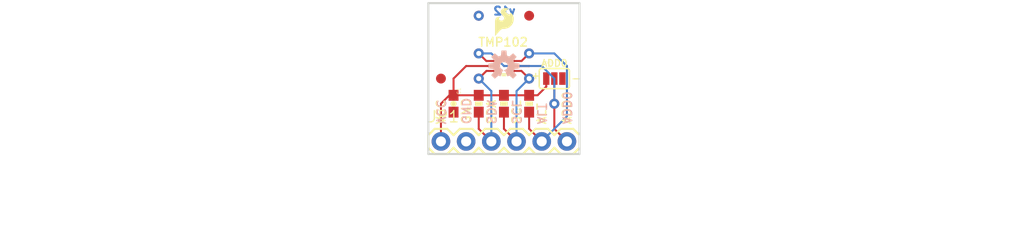
<source format=kicad_pcb>
(kicad_pcb (version 20211014) (generator pcbnew)
  (layers (0 "F.Cu" signal) (31 "B.Cu" signal) (34 "B.Paste" user) (35 "F.Paste" user) (36 "B.SilkS" user "B.Silkscreen") (37 "F.SilkS" user "F.Silkscreen") (38 "B.Mask" user) (39 "F.Mask" user) (44 "Edge.Cuts" user))
  (net 0 "")
  (net 1 "GND")
  (net 2 "SCL")
  (net 3 "ALERT")
  (net 4 "SDA")
  (net 5 "ADD0")
  (net 6 "VCC")
  (footprint "boardEagle:FIDUCIAL-1X2" (layer "F.Cu") (at 151.0411 98.6536)
    (fp_text reference "JP5" hide)
    (fp_text value "FIDUCIAL1X2" hide)
    (pad "1" smd roundrect (at 0 0) (size 1 1) (layers "F.Cu" "F.Mask") (roundrect_rratio 0.5))
  )
  (footprint "boardEagle:SFE-LOGO-FLAME" (layer "F.Cu") (at 147.6121 100.6856)
    (fp_text reference "JP3" hide)
    (fp_text value "LOGO-SFESK" hide)
    (fp_poly (pts (xy 1.126002 -2.808203) (xy 1.215449 -2.785829) (xy 1.228477 -2.780783) (xy 1.240149 -2.774875) (xy 1.25686 -2.766576) (xy 1.275552 -2.759834) (xy 1.371694 -2.7026) (xy 1.3793 -2.7026) (xy 1.3793 -2.6772) (xy 1.306833 -2.6772) (xy 1.208418 -2.657914) (xy 1.074855 -2.495286) (xy 1.079365 -2.436825) (xy 1.12809 -2.341869) (xy 1.204666 -2.265196) (xy 1.294069 -2.200638) (xy 1.369348 -2.168824) (xy 1.450737 -2.171632) (xy 1.458864 -2.174186) (xy 1.466257 -2.177389) (xy 1.530514 -2.236956) (xy 1.5368 -2.259812) (xy 1.5368 -2.377938) (xy 1.763707 -2.148127) (xy 1.868186 -1.856841) (xy 1.871603 -1.856894) (xy 1.87806 -1.650435) (xy 1.848857 -1.45742) (xy 1.785308 -1.272842) (xy 1.6663 -1.061578) (xy 1.6663 -1.080581) (xy 1.378131 -0.80901) (xy 0.982239 -0.6985) (xy 0.753005 -0.6985) (xy 0.716201 -0.692046) (xy 0.681776 -0.679592) (xy 0.496322 -0.541784) (xy -0.0126 0.03091) (xy -0.0126 -1.52077) (xy 0.060004 -1.761967) (xy 0.168295 -1.865489) (xy 0.307122 -1.917522) (xy 0.4039 -1.925089) (xy 0.499384 -1.917623) (xy 0.55991 -1.908099) (xy 0.557788 -1.884433) (xy 0.522216 -1.885242) (xy 0.501784 -1.876141) (xy 0.420519 -1.817154) (xy 0.400722 -1.79067) (xy 0.390395 -1.7285) (xy 0.400905 -1.665229) (xy 0.421405 -1.625174) (xy 0.452343 -1.592685) (xy 0.546535 -1.54355) (xy 0.652229 -1.531742) (xy 0.742768 -1.550084) (xy 0.82422 -1.589656) (xy 0.92203 -1.754659) (xy 0.907706 -1.848844) (xy 0.850914 -1.930401) (xy 0.584707 -2.263237) (xy 0.561667 -2.510855) (xy 0.627495 -2.621556) (xy 0.629042 -2.623103) (xy 0.778901 -2.74712) (xy 1.032676 -2.817064)) (layer "F.SilkS") (width 0) (fill solid))
  )
  (footprint "boardEagle:FIDUCIAL-1X2" (layer "F.Cu") (at 142.1511 105.0036)
    (fp_text reference "JP4" hide)
    (fp_text value "FIDUCIAL1X2" hide)
    (pad "1" smd roundrect (at 0 0) (size 1 1) (layers "F.Cu" "F.Mask") (roundrect_rratio 0.5))
  )
  (footprint "boardEagle:0603-RES" (layer "F.Cu") (at 148.5011 107.5436 90)
    (fp_text reference "R2" (at -0.889 -0.762 90) (layer "F.SilkS") (effects (font (size 0.373888 0.373888) (thickness 0.032512)) (justify left bottom)))
    (fp_text value "1K")
    (fp_poly (pts (xy -0.2286 0.381) (xy 0.2286 0.381) (xy 0.2286 -0.381) (xy -0.2286 -0.381)) (layer "F.SilkS") (width 0) (fill solid))
    (pad "1" smd rect (at -0.85 0 90) (size 1.1 1) (layers "F.Cu" "F.Paste" "F.Mask") (net 2 "SCL"))
    (pad "2" smd rect (at 0.85 0 90) (size 1.1 1) (layers "F.Cu" "F.Paste" "F.Mask") (net 6 "VCC"))
  )
  (footprint "boardEagle:STAND-OFF-TIGHT" (layer "F.Cu") (at 153.5811 99.9236)
    (fp_text reference "JP7" hide)
    (fp_text value "STAND-OFFTIGHT" hide)
    (pad "" np_thru_hole circle (at 0 0) (size 3.048 3.048) (drill 3.048) (layers *.Cu *.Mask))
  )
  (footprint "boardEagle:SOT563-2" (layer "F.Cu") (at 148.5011 103.7336 180)
    (fp_text reference "U1" hide)
    (fp_text value "TMP1021:1" hide)
    (fp_line (start -0.6 -0.8) (end 0.6 -0.8) (layer "F.SilkS") (width 0.127))
    (fp_line (start -0.2 -0.9683) (end 0.2 -0.9683) (layer "F.SilkS") (width 0.127))
    (fp_line (start -0.6 0.8) (end 0.6 0.8) (layer "F.SilkS") (width 0.127))
    (pad "1" smd rect (at -0.8 -0.497968 90) (size 0.248918 0.508) (layers "F.Cu" "F.Paste" "F.Mask") (net 2 "SCL"))
    (pad "2" smd rect (at -0.8 -0.003303 90) (size 0.248918 0.508) (layers "F.Cu" "F.Paste" "F.Mask") (net 1 "GND"))
    (pad "3" smd rect (at -0.8 0.50584 90) (size 0.248918 0.508) (layers "F.Cu" "F.Paste" "F.Mask") (net 3 "ALERT"))
    (pad "4" smd rect (at 0.776415 0.50584 90) (size 0.248918 0.508) (layers "F.Cu" "F.Paste" "F.Mask") (net 5 "ADD0"))
    (pad "5" smd rect (at 0.776415 -0.003303 90) (size 0.248918 0.508) (layers "F.Cu" "F.Paste" "F.Mask") (net 6 "VCC"))
    (pad "6" smd rect (at 0.776415 -0.497968 90) (size 0.248918 0.508) (layers "F.Cu" "F.Paste" "F.Mask") (net 4 "SDA"))
  )
  (footprint "boardEagle:0603-RES" (layer "F.Cu") (at 151.0411 107.5436 90)
    (fp_text reference "R3" (at -0.889 -0.762 90) (layer "F.SilkS") (effects (font (size 0.373888 0.373888) (thickness 0.032512)) (justify left bottom)))
    (fp_text value "1K")
    (fp_poly (pts (xy -0.2286 0.381) (xy 0.2286 0.381) (xy 0.2286 -0.381) (xy -0.2286 -0.381)) (layer "F.SilkS") (width 0) (fill solid))
    (pad "1" smd rect (at -0.85 0 90) (size 1.1 1) (layers "F.Cu" "F.Paste" "F.Mask") (net 3 "ALERT"))
    (pad "2" smd rect (at 0.85 0 90) (size 1.1 1) (layers "F.Cu" "F.Paste" "F.Mask") (net 6 "VCC"))
  )
  (footprint "boardEagle:0603-CAP" (layer "F.Cu") (at 143.4211 107.5436 -90)
    (fp_text reference "C1" (at -0.889 -0.762 -90) (layer "F.SilkS") (effects (font (size 0.373888 0.373888) (thickness 0.032512)) (justify left bottom)))
    (fp_text value "0.1uF")
    (fp_line (start 0 -0.0305) (end 0 0.0305) (layer "F.SilkS") (width 0.5588))
    (pad "1" smd rect (at -0.85 0 270) (size 1.1 1) (layers "F.Cu" "F.Paste" "F.Mask") (net 6 "VCC"))
    (pad "2" smd rect (at 0.85 0 270) (size 1.1 1) (layers "F.Cu" "F.Paste" "F.Mask") (net 1 "GND"))
  )
  (footprint "boardEagle:STAND-OFF-TIGHT" (layer "F.Cu") (at 143.4211 99.9236)
    (fp_text reference "JP6" hide)
    (fp_text value "STAND-OFFTIGHT" hide)
    (pad "" np_thru_hole circle (at 0 0) (size 3.048 3.048) (drill 3.048) (layers *.Cu *.Mask))
  )
  (footprint "boardEagle:SJ_3_PASTE2&3" (layer "F.Cu") (at 153.5811 105.0036)
    (fp_text reference "JP2" (at -1.27 -1.27) (layer "F.SilkS") (effects (font (size 0.373888 0.373888) (thickness 0.032512)) (justify left bottom)))
    (fp_text value "JUMPER-32-3")
    (fp_line (start 1.524 0.762) (end 1.524 -0.762) (layer "F.SilkS") (width 0.1524))
    (fp_line (start -1.524 0.762) (end -1.524 -0.762) (layer "F.SilkS") (width 0.1524))
    (fp_line (start -1.27 -1.016) (end 1.27 -1.016) (layer "F.SilkS") (width 0.1524))
    (fp_line (start 1.27 1.016) (end -1.27 1.016) (layer "F.SilkS") (width 0.1524))
    (fp_arc (start -1.524 -0.762) (mid -1.449605 -0.941605) (end -1.27 -1.016) (layer "F.SilkS") (width 0.1524))
    (fp_arc (start 1.524 0.762) (mid 1.449605 0.941605) (end 1.27 1.016) (layer "F.SilkS") (width 0.1524))
    (fp_arc (start 1.27 -1.016) (mid 1.449605 -0.941605) (end 1.524 -0.762) (layer "F.SilkS") (width 0.1524))
    (fp_arc (start -1.27 1.016) (mid -1.449605 0.941605) (end -1.524 0.762) (layer "F.SilkS") (width 0.1524))
    (pad "1" smd rect (at -0.8128 0) (size 0.635 1.27) (layers "F.Cu" "F.Mask") (net 6 "VCC"))
    (pad "2" smd rect (at 0 0) (size 0.635 1.27) (layers "F.Cu" "F.Mask") (net 5 "ADD0"))
    (pad "3" smd rect (at 0.8128 0) (size 0.635 1.27) (layers "F.Cu" "F.Mask") (net 1 "GND"))
  )
  (footprint "boardEagle:0603-RES" (layer "F.Cu") (at 145.9611 107.5436 90)
    (fp_text reference "R1" (at -0.889 -0.762 90) (layer "F.SilkS") (effects (font (size 0.373888 0.373888) (thickness 0.032512)) (justify left bottom)))
    (fp_text value "1K")
    (fp_poly (pts (xy -0.2286 0.381) (xy 0.2286 0.381) (xy 0.2286 -0.381) (xy -0.2286 -0.381)) (layer "F.SilkS") (width 0) (fill solid))
    (pad "1" smd rect (at -0.85 0 90) (size 1.1 1) (layers "F.Cu" "F.Paste" "F.Mask") (net 4 "SDA"))
    (pad "2" smd rect (at 0.85 0 90) (size 1.1 1) (layers "F.Cu" "F.Paste" "F.Mask") (net 6 "VCC"))
  )
  (footprint "boardEagle:1X06" (layer "F.Cu") (at 142.1511 111.3536)
    (fp_text reference "JP1" (at -1.3462 -1.8288) (layer "F.SilkS") (effects (font (size 1.143 1.143) (thickness 0.127)) (justify left bottom)))
    (fp_text value "")
    (fp_line (start 13.335 1.27) (end 12.065 1.27) (layer "F.SilkS") (width 0.2032))
    (fp_line (start -0.635 -1.27) (end -1.27 -0.635) (layer "F.SilkS") (width 0.2032))
    (fp_line (start 12.065 -1.27) (end 13.335 -1.27) (layer "F.SilkS") (width 0.2032))
    (fp_line (start 3.81 0.635) (end 3.175 1.27) (layer "F.SilkS") (width 0.2032))
    (fp_line (start 3.175 -1.27) (end 3.81 -0.635) (layer "F.SilkS") (width 0.2032))
    (fp_line (start 5.715 1.27) (end 4.445 1.27) (layer "F.SilkS") (width 0.2032))
    (fp_line (start 1.27 -0.635) (end 1.905 -1.27) (layer "F.SilkS") (width 0.2032))
    (fp_line (start 0.635 1.27) (end -0.635 1.27) (layer "F.SilkS") (width 0.2032))
    (fp_line (start 13.97 0.635) (end 13.335 1.27) (layer "F.SilkS") (width 0.2032))
    (fp_line (start 1.905 -1.27) (end 3.175 -1.27) (layer "F.SilkS") (width 0.2032))
    (fp_line (start 8.89 -0.635) (end 9.525 -1.27) (layer "F.SilkS") (width 0.2032))
    (fp_line (start 12.065 1.27) (end 11.43 0.635) (layer "F.SilkS") (width 0.2032))
    (fp_line (start 1.905 1.27) (end 1.27 0.635) (layer "F.SilkS") (width 0.2032))
    (fp_line (start 3.175 1.27) (end 1.905 1.27) (layer "F.SilkS") (width 0.2032))
    (fp_line (start 4.445 1.27) (end 3.81 0.635) (layer "F.SilkS") (width 0.2032))
    (fp_line (start 8.89 0.635) (end 8.255 1.27) (layer "F.SilkS") (width 0.2032))
    (fp_line (start 1.27 0.635) (end 0.635 1.27) (layer "F.SilkS") (width 0.2032))
    (fp_line (start 3.81 -0.635) (end 4.445 -1.27) (layer "F.SilkS") (width 0.2032))
    (fp_line (start 9.525 1.27) (end 8.89 0.635) (layer "F.SilkS") (width 0.2032))
    (fp_line (start -0.635 -1.27) (end 0.635 -1.27) (layer "F.SilkS") (width 0.2032))
    (fp_line (start 11.43 0.635) (end 10.795 1.27) (layer "F.SilkS") (width 0.2032))
    (fp_line (start 6.35 0.635) (end 6.985 1.27) (layer "F.SilkS") (width 0.2032))
    (fp_line (start -1.27 -0.635) (end -1.27 0.635) (layer "F.SilkS") (width 0.2032))
    (fp_line (start 10.795 -1.27) (end 11.43 -0.635) (layer "F.SilkS") (width 0.2032))
    (fp_line (start 13.97 -0.635) (end 13.97 0.635) (layer "F.SilkS") (width 0.2032))
    (fp_line (start 0.635 -1.27) (end 1.27 -0.635) (layer "F.SilkS") (width 0.2032))
    (fp_line (start -1.27 0.635) (end -0.635 1.27) (layer "F.SilkS") (width 0.2032))
    (fp_line (start 13.335 -1.27) (end 13.97 -0.635) (layer "F.SilkS") (width 0.2032))
    (fp_line (start 5.715 -1.27) (end 6.35 -0.635) (layer "F.SilkS") (width 0.2032))
    (fp_line (start 6.985 -1.27) (end 8.255 -1.27) (layer "F.SilkS") (width 0.2032))
    (fp_line (start 9.525 -1.27) (end 10.795 -1.27) (layer "F.SilkS") (width 0.2032))
    (fp_line (start 6.985 -1.27) (end 6.35 -0.635) (layer "F.SilkS") (width 0.2032))
    (fp_line (start 4.445 -1.27) (end 5.715 -1.27) (layer "F.SilkS") (width 0.2032))
    (fp_line (start 6.35 0.635) (end 5.715 1.27) (layer "F.SilkS") (width 0.2032))
    (fp_line (start 10.795 1.27) (end 9.525 1.27) (layer "F.SilkS") (width 0.2032))
    (fp_line (start 11.43 -0.635) (end 12.065 -1.27) (layer "F.SilkS") (width 0.2032))
    (fp_line (start 8.255 1.27) (end 6.985 1.27) (layer "F.SilkS") (width 0.2032))
    (fp_line (start 8.255 -1.27) (end 8.89 -0.635) (layer "F.SilkS") (width 0.2032))
    (pad "1" thru_hole circle (at 0 0 90) (size 1.8796 1.8796) (drill 1.016) (layers *.Cu *.Mask) (net 6 "VCC"))
    (pad "2" thru_hole circle (at 2.54 0 90) (size 1.8796 1.8796) (drill 1.016) (layers *.Cu *.Mask) (net 1 "GND"))
    (pad "3" thru_hole circle (at 5.08 0 90) (size 1.8796 1.8796) (drill 1.016) (layers *.Cu *.Mask) (net 4 "SDA"))
    (pad "4" thru_hole circle (at 7.62 0 90) (size 1.8796 1.8796) (drill 1.016) (layers *.Cu *.Mask) (net 2 "SCL"))
    (pad "5" thru_hole circle (at 10.16 0 90) (size 1.8796 1.8796) (drill 1.016) (layers *.Cu *.Mask) (net 3 "ALERT"))
    (pad "6" thru_hole circle (at 12.7 0 90) (size 1.8796 1.8796) (drill 1.016) (layers *.Cu *.Mask) (net 5 "ADD0"))
  )
  (footprint "boardEagle:CREATIVE_COMMONS" (layer "F.Cu") (at 118.0211 120.2436)
    (fp_text reference "U$2" hide)
    (fp_text value "CREATIVE_COMMONS" hide)
  )
  (footprint "boardEagle:OSHW-LOGO-S" (layer "B.Cu") (at 148.5011 103.7336 180)
    (fp_text reference "U$1" hide)
    (fp_text value "" hide)
    (fp_poly (pts (xy 0.301647 1.061351) (xy 0.42347 1.022344) (xy 0.537177 0.963769) (xy 0.92862 1.282946) (xy 1.282946 0.92862) (xy 0.961035 0.533823) (xy 1.057046 0.302084) (xy 1.5638 0.250561) (xy 1.5638 -0.250561) (xy 1.057046 -0.302084) (xy 0.961035 -0.533823) (xy 1.282946 -0.92862) (xy 0.92862 -1.282946) (xy 0.537177 -0.96377) (xy 0.356601 -1.056794) (xy 0.088679 -0.410073) (xy 0.326262 -0.2176) (xy 0.373649 -0.121468) (xy 0.392729 -0.010339) (xy 0.379464 0.101634) (xy 0.334947 0.205229) (xy 0.262842 0.291918) (xy 0.169087 0.354561) (xy 0.061406 0.387999) (xy -0.051342 0.38948) (xy -0.159868 0.358881) (xy -0.255234 0.298724) (xy -0.329589 0.213962) (xy -0.376813 0.111569) (xy -0.392176 0.005767) (xy -0.322923 -0.222565) (xy -0.249312 -0.303773) (xy 0.091677 -0.5081) (xy -0.12929 -0.5081) (xy -0.355332 -1.053732) (xy -0.506597 -0.983577) (xy -0.538922 -0.965192) (xy -0.92862 -1.282946) (xy -1.282946 -0.92862) (xy -0.961035 -0.533823) (xy -1.057046 -0.302084) (xy -1.5638 -0.250561) (xy -1.5638 0.250561) (xy -1.057046 0.302084) (xy -0.961035 0.533823) (xy -1.282946 0.92862) (xy -0.92862 1.282946) (xy -0.533823 0.961035) (xy -0.302084 1.057046) (xy -0.250561 1.5638) (xy 0.250561 1.5638)) (layer "B.SilkS") (width 0) (fill solid))
  )
  (gr_line (start 140.8811 112.6236) (end 156.1211 112.6236) (layer "Edge.Cuts") (width 0.2032))
  (gr_line (start 156.1211 112.6236) (end 156.1211 97.3836) (layer "Edge.Cuts") (width 0.2032))
  (gr_line (start 140.8811 97.3836) (end 140.8811 112.6236) (layer "Edge.Cuts") (width 0.2032))
  (gr_line (start 156.1211 97.3836) (end 140.8811 97.3836) (layer "Edge.Cuts") (width 0.2032))
  (gr_text "v12" (at 149.7711 98.6536) (layer "B.Cu") (effects (font (size 0.8128 0.8128) (thickness 0.2032)) (justify left bottom mirror)))
  (gr_text "ADD0" (at 154.3431 109.7026 -90) (layer "B.SilkS") (effects (font (size 0.8636 0.8636) (thickness 0.1524)) (justify left bottom mirror)))
  (gr_text "VCC" (at 141.6431 109.7026 -90) (layer "B.SilkS") (effects (font (size 0.8636 0.8636) (thickness 0.1524)) (justify left bottom mirror)))
  (gr_text "SDA" (at 146.7231 109.7026 -90) (layer "B.SilkS") (effects (font (size 0.8636 0.8636) (thickness 0.1524)) (justify left bottom mirror)))
  (gr_text "ALT" (at 151.8031 109.7026 -90) (layer "B.SilkS") (effects (font (size 0.8636 0.8636) (thickness 0.1524)) (justify left bottom mirror)))
  (gr_text "GND" (at 144.1831 109.7026 -90) (layer "B.SilkS") (effects (font (size 0.8636 0.8636) (thickness 0.1524)) (justify left bottom mirror)))
  (gr_text "SCL" (at 149.2631 109.7026 -90) (layer "B.SilkS") (effects (font (size 0.8636 0.8636) (thickness 0.1524)) (justify left bottom mirror)))
  (gr_text "VCC" (at 142.6591 109.7026 90) (layer "F.SilkS") (effects (font (size 0.8636 0.8636) (thickness 0.1524)) (justify left bottom)))
  (gr_text "TMP102" (at 145.8341 101.8286) (layer "F.SilkS") (effects (font (size 0.8636 0.8636) (thickness 0.1524)) (justify left bottom)))
  (gr_text "-" (at 155.2321 105.3846) (layer "F.SilkS") (effects (font (size 0.69088 0.69088) (thickness 0.12192)) (justify left bottom)))
  (gr_text "ADD0" (at 155.3591 109.7026 90) (layer "F.SilkS") (effects (font (size 0.8636 0.8636) (thickness 0.1524)) (justify left bottom)))
  (gr_text "SDA" (at 147.7391 109.7026 90) (layer "F.SilkS") (effects (font (size 0.8636 0.8636) (thickness 0.1524)) (justify left bottom)))
  (gr_text "SCL" (at 150.2791 109.7026 90) (layer "F.SilkS") (effects (font (size 0.8636 0.8636) (thickness 0.1524)) (justify left bottom)))
  (gr_text "ADD0" (at 152.1841 103.8606) (layer "F.SilkS") (effects (font (size 0.69088 0.69088) (thickness 0.12192)) (justify left bottom)))
  (gr_text "+" (at 152.0571 105.2576 90) (layer "F.SilkS") (effects (font (size 0.69088 0.69088) (thickness 0.12192)) (justify left bottom)))
  (gr_text "ALT" (at 152.8191 109.7026 90) (layer "F.SilkS") (effects (font (size 0.8636 0.8636) (thickness 0.1524)) (justify left bottom)))
  (gr_text "GND" (at 145.1991 109.7026 90) (layer "F.SilkS") (effects (font (size 0.8636 0.8636) (thickness 0.1524)) (justify left bottom)))
  (segment (start 148.504403 103.736904) (end 148.5011 103.7336) (width 0.2032) (layer "F.Cu") (net 1))
  (segment (start 149.3011 103.736904) (end 151.037796 103.736904) (width 0.2032) (layer "F.Cu") (net 1))
  (segment (start 151.037796 103.736904) (end 151.0411 103.7336) (width 0.2032) (layer "F.Cu") (net 1))
  (via (at 145.9611 98.6536) (size 1.016) (drill 0.508) (layers "F.Cu" "B.Cu") (net 1))
  (segment (start 148.5011 108.3936) (end 148.5011 110.0836) (width 0.2032) (layer "F.Cu") (net 2))
  (segment (start 149.3011 104.231569) (end 150.269068 104.231569) (width 0.2032) (layer "F.Cu") (net 2))
  (segment (start 150.269068 104.231569) (end 151.0411 105.0036) (width 0.2032) (layer "F.Cu") (net 2))
  (segment (start 148.5011 110.0836) (end 149.7711 111.3536) (width 0.2032) (layer "F.Cu") (net 2))
  (via (at 151.0411 105.0036) (size 1.016) (drill 0.508) (layers "F.Cu" "B.Cu") (net 2))
  (segment (start 149.7711 106.2736) (end 149.7711 111.3536) (width 0.2032) (layer "B.Cu") (net 2))
  (segment (start 151.0411 105.0036) (end 149.7711 106.2736) (width 0.2032) (layer "B.Cu") (net 2))
  (segment (start 150.27694 103.22776) (end 151.0411 102.4636) (width 0.2032) (layer "F.Cu") (net 3))
  (segment (start 149.3011 103.22776) (end 150.27694 103.22776) (width 0.2032) (layer "F.Cu") (net 3))
  (segment (start 151.0411 110.0836) (end 152.3111 111.3536) (width 0.2032) (layer "F.Cu") (net 3))
  (segment (start 151.0411 108.3936) (end 151.0411 110.0836) (width 0.2032) (layer "F.Cu") (net 3))
  (via (at 151.0411 102.4636) (size 1.016) (drill 0.508) (layers "F.Cu" "B.Cu") (net 3))
  (segment (start 151.0411 102.4636) (end 153.5811 102.4636) (width 0.2032) (layer "B.Cu") (net 3))
  (segment (start 154.8511 108.8136) (end 152.3111 111.3536) (width 0.2032) (layer "B.Cu") (net 3))
  (segment (start 153.5811 102.4636) (end 154.8511 103.7336) (width 0.2032) (layer "B.Cu") (net 3))
  (segment (start 154.8511 103.7336) (end 154.8511 108.8136) (width 0.2032) (layer "B.Cu") (net 3))
  (segment (start 145.9611 108.3936) (end 145.9611 110.0836) (width 0.2032) (layer "F.Cu") (net 4))
  (segment (start 145.9611 110.0836) (end 147.2311 111.3536) (width 0.2032) (layer "F.Cu") (net 4))
  (segment (start 146.733131 104.231569) (end 145.9611 105.0036) (width 0.2032) (layer "F.Cu") (net 4))
  (segment (start 147.724684 104.231569) (end 146.733131 104.231569) (width 0.2032) (layer "F.Cu") (net 4))
  (via (at 145.9611 105.0036) (size 1.016) (drill 0.508) (layers "F.Cu" "B.Cu") (net 4))
  (segment (start 147.2311 106.2736) (end 147.2311 111.3536) (width 0.2032) (layer "B.Cu") (net 4))
  (segment (start 145.9611 105.0036) (end 147.2311 106.2736) (width 0.2032) (layer "B.Cu") (net 4))
  (segment (start 146.725259 103.22776) (end 145.9611 102.4636) (width 0.2032) (layer "F.Cu") (net 5))
  (segment (start 153.5811 110.0836) (end 153.5811 107.5436) (width 0.2032) (layer "F.Cu") (net 5))
  (segment (start 147.724684 103.22776) (end 146.725259 103.22776) (width 0.2032) (layer "F.Cu") (net 5))
  (segment (start 153.5811 110.0836) (end 154.8511 111.3536) (width 0.2032) (layer "F.Cu") (net 5))
  (segment (start 153.5811 105.0036) (end 153.5811 107.5436) (width 0.2032) (layer "F.Cu") (net 5))
  (via (at 153.5811 107.5436) (size 1.016) (drill 0.508) (layers "F.Cu" "B.Cu") (net 5))
  (via (at 145.9611 102.4636) (size 1.016) (drill 0.508) (layers "F.Cu" "B.Cu") (net 5))
  (segment (start 152.3111 103.7336) (end 148.5011 103.7336) (width 0.2032) (layer "B.Cu") (net 5))
  (segment (start 153.5811 105.0036) (end 152.3111 103.7336) (width 0.2032) (layer "B.Cu") (net 5))
  (segment (start 153.5811 105.0036) (end 153.5811 107.5436) (width 0.2032) (layer "B.Cu") (net 5))
  (segment (start 145.9611 102.4636) (end 147.2311 102.4636) (width 0.2032) (layer "B.Cu") (net 5))
  (segment (start 147.2311 102.4636) (end 148.5011 103.7336) (width 0.2032) (layer "B.Cu") (net 5))
  (segment (start 148.5011 106.6936) (end 151.0411 106.6936) (width 0.2032) (layer "F.Cu") (net 6))
  (segment (start 145.9611 106.6936) (end 143.4211 106.6936) (width 0.2032) (layer "F.Cu") (net 6))
  (segment (start 151.0411 106.6936) (end 151.8911 106.6936) (width 0.2032) (layer "F.Cu") (net 6))
  (segment (start 152.7683 105.8164) (end 151.8911 106.6936) (width 0.2032) (layer "F.Cu") (net 6))
  (segment (start 143.0011 106.6936) (end 142.1511 107.5436) (width 0.2032) (layer "F.Cu") (net 6))
  (segment (start 142.1511 107.5436) (end 142.1511 111.3536) (width 0.2032) (layer "F.Cu") (net 6))
  (segment (start 152.7683 105.0036) (end 152.7683 105.8164) (width 0.2032) (layer "F.Cu") (net 6))
  (segment (start 143.4211 105.0036) (end 143.4211 106.6936) (width 0.2032) (layer "F.Cu") (net 6))
  (segment (start 144.687796 103.736904) (end 143.4211 105.0036) (width 0.2032) (layer "F.Cu") (net 6))
  (segment (start 145.9611 106.6936) (end 148.5011 106.6936) (width 0.2032) (layer "F.Cu") (net 6))
  (segment (start 147.724684 103.736904) (end 144.687796 103.736904) (width 0.2032) (layer "F.Cu") (net 6))
  (segment (start 143.4211 106.6936) (end 143.0011 106.6936) (width 0.2032) (layer "F.Cu") (net 6))
)
</source>
